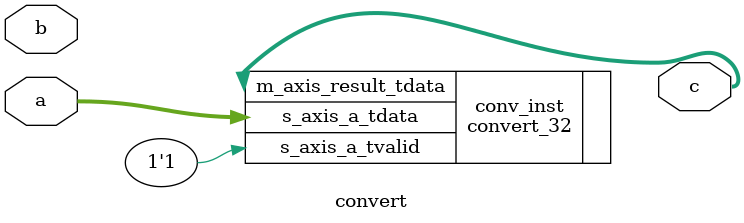
<source format=sv>
`timescale 1ns / 1ps

module convert
    (
        input [31:0] a, b,
        output [31:0] c
    );
    
    convert_32 conv_inst (.s_axis_a_tvalid(1'b1),
                          .s_axis_a_tdata(a),
                          .m_axis_result_tdata(c));
    
endmodule

</source>
